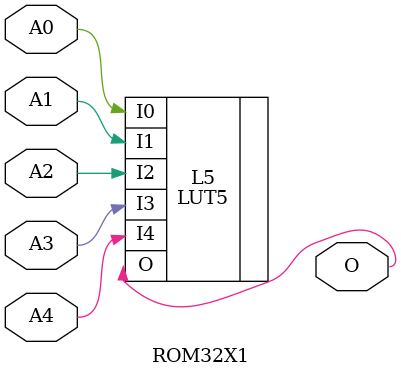
<source format=v>

`timescale  1 ps / 1 ps


module ROM32X1 (O, A0, A1, A2, A3, A4);


    parameter [31:0] INIT = 32'h00000000;

    output O;

    input  A0, A1, A2, A3, A4;

    LUT5 #(.INIT(INIT)) L5 (.O(O), .I0(A0), .I1(A1), .I2(A2), .I3(A3), .I4(A4));


endmodule


</source>
